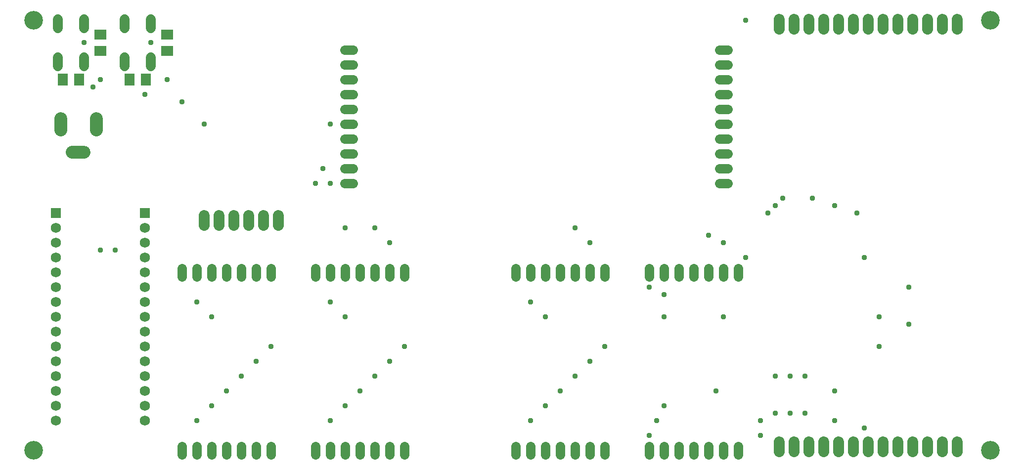
<source format=gbr>
G04 EAGLE Gerber RS-274X export*
G75*
%MOMM*%
%FSLAX34Y34*%
%LPD*%
%INSoldermask Top*%
%IPPOS*%
%AMOC8*
5,1,8,0,0,1.08239X$1,22.5*%
G01*
%ADD10C,3.203200*%
%ADD11R,1.733200X1.733200*%
%ADD12C,1.733200*%
%ADD13C,1.625600*%
%ADD14C,2.203200*%
%ADD15C,1.727200*%
%ADD16C,1.879600*%
%ADD17R,1.803200X2.003200*%
%ADD18R,2.006200X1.803200*%
%ADD19C,0.959600*%


D10*
X1676400Y774700D03*
X1676400Y38100D03*
X38100Y774700D03*
X38100Y38100D03*
D11*
X76200Y444500D03*
X228600Y444500D03*
D12*
X76200Y419100D03*
X228600Y419100D03*
X76200Y393700D03*
X228600Y393700D03*
X76200Y368300D03*
X228600Y368300D03*
X76200Y342900D03*
X228600Y342900D03*
X76200Y317500D03*
X228600Y317500D03*
X76200Y292100D03*
X228600Y292100D03*
X76200Y266700D03*
X228600Y266700D03*
X76200Y241300D03*
X228600Y241300D03*
X76200Y215900D03*
X228600Y215900D03*
X76200Y190500D03*
X228600Y190500D03*
X76200Y165100D03*
X228600Y165100D03*
X76200Y139700D03*
X228600Y139700D03*
X76200Y114300D03*
X228600Y114300D03*
X76200Y88900D03*
X228600Y88900D03*
D13*
X863600Y335788D02*
X863600Y350012D01*
X889000Y350012D02*
X889000Y335788D01*
X914400Y335788D02*
X914400Y350012D01*
X939800Y350012D02*
X939800Y335788D01*
X965200Y335788D02*
X965200Y350012D01*
X990600Y350012D02*
X990600Y335788D01*
X1016000Y335788D02*
X1016000Y350012D01*
X863600Y45212D02*
X863600Y30988D01*
X889000Y30988D02*
X889000Y45212D01*
X914400Y45212D02*
X914400Y30988D01*
X939800Y30988D02*
X939800Y45212D01*
X965200Y45212D02*
X965200Y30988D01*
X990600Y30988D02*
X990600Y45212D01*
X1016000Y45212D02*
X1016000Y30988D01*
X1092200Y335788D02*
X1092200Y350012D01*
X1117600Y350012D02*
X1117600Y335788D01*
X1143000Y335788D02*
X1143000Y350012D01*
X1168400Y350012D02*
X1168400Y335788D01*
X1193800Y335788D02*
X1193800Y350012D01*
X1219200Y350012D02*
X1219200Y335788D01*
X1244600Y335788D02*
X1244600Y350012D01*
X1092200Y45212D02*
X1092200Y30988D01*
X1117600Y30988D02*
X1117600Y45212D01*
X1143000Y45212D02*
X1143000Y30988D01*
X1168400Y30988D02*
X1168400Y45212D01*
X1193800Y45212D02*
X1193800Y30988D01*
X1219200Y30988D02*
X1219200Y45212D01*
X1244600Y45212D02*
X1244600Y30988D01*
X520700Y335788D02*
X520700Y350012D01*
X546100Y350012D02*
X546100Y335788D01*
X571500Y335788D02*
X571500Y350012D01*
X596900Y350012D02*
X596900Y335788D01*
X622300Y335788D02*
X622300Y350012D01*
X647700Y350012D02*
X647700Y335788D01*
X673100Y335788D02*
X673100Y350012D01*
X520700Y45212D02*
X520700Y30988D01*
X546100Y30988D02*
X546100Y45212D01*
X571500Y45212D02*
X571500Y30988D01*
X596900Y30988D02*
X596900Y45212D01*
X622300Y45212D02*
X622300Y30988D01*
X647700Y30988D02*
X647700Y45212D01*
X673100Y45212D02*
X673100Y30988D01*
X292100Y335788D02*
X292100Y350012D01*
X317500Y350012D02*
X317500Y335788D01*
X342900Y335788D02*
X342900Y350012D01*
X368300Y350012D02*
X368300Y335788D01*
X393700Y335788D02*
X393700Y350012D01*
X419100Y350012D02*
X419100Y335788D01*
X444500Y335788D02*
X444500Y350012D01*
X292100Y45212D02*
X292100Y30988D01*
X317500Y30988D02*
X317500Y45212D01*
X342900Y45212D02*
X342900Y30988D01*
X368300Y30988D02*
X368300Y45212D01*
X393700Y45212D02*
X393700Y30988D01*
X419100Y30988D02*
X419100Y45212D01*
X444500Y45212D02*
X444500Y30988D01*
D14*
X145300Y586900D02*
X145300Y606900D01*
X84300Y606900D02*
X84300Y586900D01*
X104300Y548900D02*
X124300Y548900D01*
D13*
X570738Y495300D02*
X584962Y495300D01*
X584962Y520700D02*
X570738Y520700D01*
X570738Y546100D02*
X584962Y546100D01*
X584962Y571500D02*
X570738Y571500D01*
X570738Y596900D02*
X584962Y596900D01*
X584962Y622300D02*
X570738Y622300D01*
X570738Y647700D02*
X584962Y647700D01*
X584962Y673100D02*
X570738Y673100D01*
X570738Y698500D02*
X584962Y698500D01*
X584962Y723900D02*
X570738Y723900D01*
X1212088Y495300D02*
X1226312Y495300D01*
X1226312Y520700D02*
X1212088Y520700D01*
X1212088Y546100D02*
X1226312Y546100D01*
X1226312Y571500D02*
X1212088Y571500D01*
X1212088Y596900D02*
X1226312Y596900D01*
X1226312Y622300D02*
X1212088Y622300D01*
X1212088Y647700D02*
X1226312Y647700D01*
X1226312Y673100D02*
X1212088Y673100D01*
X1212088Y698500D02*
X1226312Y698500D01*
X1226312Y723900D02*
X1212088Y723900D01*
D15*
X193294Y711708D02*
X193294Y696468D01*
X238506Y696468D02*
X238506Y711708D01*
X193294Y761492D02*
X193294Y776732D01*
X238506Y776732D02*
X238506Y761492D01*
X78994Y711708D02*
X78994Y696468D01*
X124206Y696468D02*
X124206Y711708D01*
X78994Y761492D02*
X78994Y776732D01*
X124206Y776732D02*
X124206Y761492D01*
D16*
X330200Y440182D02*
X330200Y423418D01*
X355600Y423418D02*
X355600Y440182D01*
X381000Y440182D02*
X381000Y423418D01*
X406400Y423418D02*
X406400Y440182D01*
X431800Y440182D02*
X431800Y423418D01*
X457200Y423418D02*
X457200Y440182D01*
D17*
X201900Y673100D03*
X229900Y673100D03*
X87600Y673100D03*
X115600Y673100D03*
D18*
X266700Y722380D03*
X266700Y750820D03*
X152400Y722380D03*
X152400Y750820D03*
D16*
X1314450Y759968D02*
X1314450Y776732D01*
X1339850Y776732D02*
X1339850Y759968D01*
X1390650Y759968D02*
X1390650Y776732D01*
X1441450Y776732D02*
X1441450Y759968D01*
X1492250Y759968D02*
X1492250Y776732D01*
X1543050Y776732D02*
X1543050Y759968D01*
X1568450Y759968D02*
X1568450Y776732D01*
X1593850Y776732D02*
X1593850Y759968D01*
X1568450Y52832D02*
X1568450Y36068D01*
X1593850Y36068D02*
X1593850Y52832D01*
X1314450Y52832D02*
X1314450Y36068D01*
X1339850Y36068D02*
X1339850Y52832D01*
X1365250Y52832D02*
X1365250Y36068D01*
X1390650Y36068D02*
X1390650Y52832D01*
X1416050Y52832D02*
X1416050Y36068D01*
X1441450Y36068D02*
X1441450Y52832D01*
X1466850Y52832D02*
X1466850Y36068D01*
X1492250Y36068D02*
X1492250Y52832D01*
X1517650Y52832D02*
X1517650Y36068D01*
X1543050Y36068D02*
X1543050Y52832D01*
X1619250Y52832D02*
X1619250Y36068D01*
X1619250Y759968D02*
X1619250Y776732D01*
X1365250Y776732D02*
X1365250Y759968D01*
X1416050Y759968D02*
X1416050Y776732D01*
X1466850Y776732D02*
X1466850Y759968D01*
X1517650Y759968D02*
X1517650Y776732D01*
D19*
X368300Y139700D03*
X939800Y139700D03*
X596900Y139700D03*
X124206Y736600D03*
X238506Y736600D03*
X546100Y596900D03*
X330200Y596900D03*
X139700Y660400D03*
X228600Y647700D03*
X571500Y419100D03*
X266700Y673100D03*
X152400Y673100D03*
X546100Y495300D03*
X520700Y495300D03*
X393700Y165100D03*
X965200Y165100D03*
X622300Y165100D03*
X1308100Y101600D03*
X1308100Y165100D03*
X1358900Y101600D03*
X1358900Y165100D03*
X1333500Y101600D03*
X1333500Y165100D03*
X1371600Y469900D03*
X1320800Y469900D03*
X1308100Y457200D03*
X1409700Y457200D03*
X1295400Y444500D03*
X1447800Y444500D03*
X1460500Y368300D03*
X1257300Y368300D03*
X1092200Y317500D03*
X1536700Y317500D03*
X1536700Y254000D03*
X317500Y292100D03*
X546100Y292100D03*
X889000Y292100D03*
X1117600Y304800D03*
X342900Y266700D03*
X571500Y266700D03*
X914400Y266700D03*
X1117600Y266700D03*
X317500Y88900D03*
X889000Y88900D03*
X546100Y88900D03*
X1282700Y88900D03*
X1104900Y88900D03*
X1092200Y63500D03*
X1282700Y63500D03*
X1460500Y76200D03*
X342900Y114300D03*
X914400Y114300D03*
X571500Y114300D03*
X1117600Y114300D03*
X444500Y215900D03*
X1016000Y215900D03*
X673100Y215900D03*
X419100Y190500D03*
X990600Y190500D03*
X647700Y190500D03*
X1206500Y139700D03*
X1409700Y139700D03*
X1409700Y88900D03*
X1219200Y393700D03*
X990600Y393700D03*
X647700Y393700D03*
X1219200Y266700D03*
X1485900Y266700D03*
X1485900Y215900D03*
X177800Y381000D03*
X152400Y381000D03*
X292100Y635000D03*
X1257300Y774700D03*
X533400Y520700D03*
X622300Y419100D03*
X965200Y419100D03*
X1193800Y406400D03*
M02*

</source>
